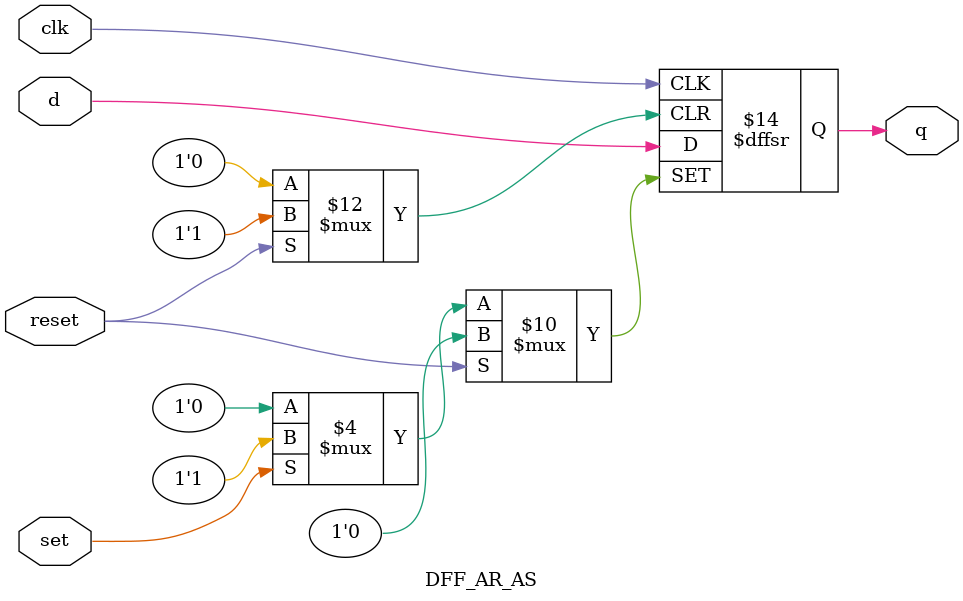
<source format=v>
module DFF_AR_AS (clk, reset, set, d, q);
    input  clk, reset, set, d;
    output reg q;

    always @(posedge clk or posedge reset or posedge set) begin
        if (reset)
            q <= 1'b0; 
        else if (set)
            q <= 1'b1;      
        else
            q <= d;
    end
endmodule

</source>
